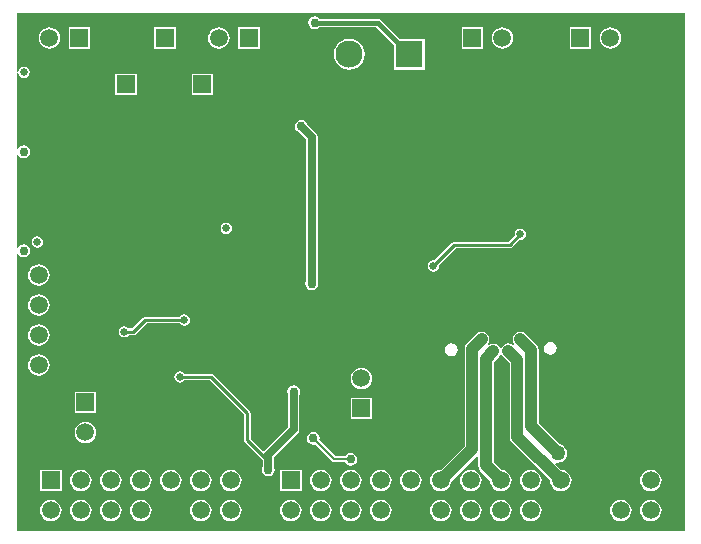
<source format=gbl>
%FSLAX25Y25*%
%MOIN*%
G70*
G01*
G75*
G04 Layer_Physical_Order=2*
G04 Layer_Color=16711680*
%ADD10R,0.12205X0.06299*%
%ADD11R,0.03543X0.03150*%
%ADD12R,0.03543X0.02756*%
%ADD13R,0.02756X0.03543*%
%ADD14R,0.01772X0.02362*%
%ADD15R,0.12795X0.08661*%
%ADD16R,0.03937X0.08661*%
%ADD17R,0.03937X0.05906*%
%ADD18R,0.06102X0.09646*%
%ADD19R,0.01378X0.03543*%
%ADD20R,0.01181X0.03937*%
%ADD21O,0.02362X0.08661*%
%ADD22O,0.01181X0.06299*%
%ADD23O,0.06299X0.01181*%
%ADD24R,0.20551X0.12205*%
%ADD25O,0.01378X0.06693*%
%ADD26R,0.05512X0.11811*%
%ADD27R,0.11811X0.05512*%
%ADD28R,0.02953X0.11024*%
%ADD29R,0.05118X0.06102*%
%ADD30R,0.07480X0.04331*%
%ADD31R,0.05906X0.03937*%
%ADD32C,0.01400*%
%ADD33C,0.00800*%
%ADD34C,0.01500*%
%ADD35C,0.00600*%
%ADD36C,0.03500*%
%ADD37C,0.02500*%
%ADD38C,0.01000*%
%ADD39C,0.01200*%
%ADD40C,0.03900*%
%ADD41C,0.05000*%
%ADD42R,0.05906X0.05906*%
%ADD43C,0.09055*%
%ADD44R,0.09055X0.09055*%
%ADD45C,0.05906*%
%ADD46R,0.05906X0.05906*%
%ADD47C,0.02500*%
%ADD48C,0.05000*%
%ADD49C,0.03000*%
%ADD50C,0.02000*%
G36*
X223879Y1122D02*
X1122D01*
Y93419D01*
X1600Y93564D01*
X1986Y92986D01*
X2681Y92522D01*
X3500Y92359D01*
X4319Y92522D01*
X5014Y92986D01*
X5478Y93681D01*
X5641Y94500D01*
X5478Y95319D01*
X5014Y96014D01*
X4319Y96478D01*
X3500Y96641D01*
X2681Y96478D01*
X1986Y96014D01*
X1600Y95436D01*
X1122Y95582D01*
Y126418D01*
X1600Y126564D01*
X1986Y125986D01*
X2681Y125522D01*
X3500Y125359D01*
X4319Y125522D01*
X5014Y125986D01*
X5478Y126681D01*
X5641Y127500D01*
X5478Y128319D01*
X5014Y129014D01*
X4319Y129478D01*
X3500Y129641D01*
X2681Y129478D01*
X1986Y129014D01*
X1600Y128436D01*
X1122Y128582D01*
Y153924D01*
X1619Y153973D01*
X1619Y153973D01*
X1619Y153973D01*
X1757Y153278D01*
X2166Y152666D01*
X2778Y152257D01*
X3500Y152114D01*
X4222Y152257D01*
X4834Y152666D01*
X5243Y153278D01*
X5386Y154000D01*
X5243Y154722D01*
X4834Y155334D01*
X4222Y155743D01*
X3500Y155886D01*
X2778Y155743D01*
X2166Y155334D01*
X1757Y154722D01*
X1619Y154027D01*
X1247Y154064D01*
X1122Y154076D01*
Y173878D01*
X223879D01*
Y1122D01*
D02*
G37*
%LPC*%
G36*
X62500Y21583D02*
X61573Y21461D01*
X60708Y21103D01*
X59966Y20534D01*
X59397Y19792D01*
X59039Y18927D01*
X58917Y18000D01*
X59039Y17073D01*
X59397Y16208D01*
X59966Y15466D01*
X60708Y14897D01*
X61573Y14539D01*
X62500Y14417D01*
X63427Y14539D01*
X64292Y14897D01*
X65034Y15466D01*
X65603Y16208D01*
X65961Y17073D01*
X66083Y18000D01*
X65961Y18927D01*
X65603Y19792D01*
X65034Y20534D01*
X64292Y21103D01*
X63427Y21461D01*
X62500Y21583D01*
D02*
G37*
G36*
X102500D02*
X101573Y21461D01*
X100708Y21103D01*
X99966Y20534D01*
X99397Y19792D01*
X99039Y18927D01*
X98917Y18000D01*
X99039Y17073D01*
X99397Y16208D01*
X99966Y15466D01*
X100708Y14897D01*
X101573Y14539D01*
X102500Y14417D01*
X103427Y14539D01*
X104292Y14897D01*
X105034Y15466D01*
X105603Y16208D01*
X105961Y17073D01*
X106083Y18000D01*
X105961Y18927D01*
X105603Y19792D01*
X105034Y20534D01*
X104292Y21103D01*
X103427Y21461D01*
X102500Y21583D01*
D02*
G37*
G36*
X72500D02*
X71573Y21461D01*
X70708Y21103D01*
X69966Y20534D01*
X69397Y19792D01*
X69039Y18927D01*
X68917Y18000D01*
X69039Y17073D01*
X69397Y16208D01*
X69966Y15466D01*
X70708Y14897D01*
X71573Y14539D01*
X72500Y14417D01*
X73427Y14539D01*
X74292Y14897D01*
X75034Y15466D01*
X75603Y16208D01*
X75961Y17073D01*
X76083Y18000D01*
X75961Y18927D01*
X75603Y19792D01*
X75034Y20534D01*
X74292Y21103D01*
X73427Y21461D01*
X72500Y21583D01*
D02*
G37*
G36*
X32500D02*
X31573Y21461D01*
X30708Y21103D01*
X29966Y20534D01*
X29397Y19792D01*
X29039Y18927D01*
X28917Y18000D01*
X29039Y17073D01*
X29397Y16208D01*
X29966Y15466D01*
X30708Y14897D01*
X31573Y14539D01*
X32500Y14417D01*
X33427Y14539D01*
X34292Y14897D01*
X35034Y15466D01*
X35603Y16208D01*
X35961Y17073D01*
X36083Y18000D01*
X35961Y18927D01*
X35603Y19792D01*
X35034Y20534D01*
X34292Y21103D01*
X33427Y21461D01*
X32500Y21583D01*
D02*
G37*
G36*
X22500D02*
X21573Y21461D01*
X20708Y21103D01*
X19966Y20534D01*
X19397Y19792D01*
X19039Y18927D01*
X18917Y18000D01*
X19039Y17073D01*
X19397Y16208D01*
X19966Y15466D01*
X20708Y14897D01*
X21573Y14539D01*
X22500Y14417D01*
X23427Y14539D01*
X24292Y14897D01*
X25034Y15466D01*
X25603Y16208D01*
X25961Y17073D01*
X26083Y18000D01*
X25961Y18927D01*
X25603Y19792D01*
X25034Y20534D01*
X24292Y21103D01*
X23427Y21461D01*
X22500Y21583D01*
D02*
G37*
G36*
X52500D02*
X51573Y21461D01*
X50708Y21103D01*
X49966Y20534D01*
X49397Y19792D01*
X49039Y18927D01*
X48917Y18000D01*
X49039Y17073D01*
X49397Y16208D01*
X49966Y15466D01*
X50708Y14897D01*
X51573Y14539D01*
X52500Y14417D01*
X53427Y14539D01*
X54292Y14897D01*
X55034Y15466D01*
X55603Y16208D01*
X55961Y17073D01*
X56083Y18000D01*
X55961Y18927D01*
X55603Y19792D01*
X55034Y20534D01*
X54292Y21103D01*
X53427Y21461D01*
X52500Y21583D01*
D02*
G37*
G36*
X42500D02*
X41573Y21461D01*
X40708Y21103D01*
X39966Y20534D01*
X39397Y19792D01*
X39039Y18927D01*
X38917Y18000D01*
X39039Y17073D01*
X39397Y16208D01*
X39966Y15466D01*
X40708Y14897D01*
X41573Y14539D01*
X42500Y14417D01*
X43427Y14539D01*
X44292Y14897D01*
X45034Y15466D01*
X45603Y16208D01*
X45961Y17073D01*
X46083Y18000D01*
X45961Y18927D01*
X45603Y19792D01*
X45034Y20534D01*
X44292Y21103D01*
X43427Y21461D01*
X42500Y21583D01*
D02*
G37*
G36*
X212500D02*
X211573Y21461D01*
X210708Y21103D01*
X209966Y20534D01*
X209397Y19792D01*
X209039Y18927D01*
X208917Y18000D01*
X209039Y17073D01*
X209397Y16208D01*
X209966Y15466D01*
X210708Y14897D01*
X211573Y14539D01*
X212500Y14417D01*
X213427Y14539D01*
X214292Y14897D01*
X215034Y15466D01*
X215603Y16208D01*
X215961Y17073D01*
X216083Y18000D01*
X215961Y18927D01*
X215603Y19792D01*
X215034Y20534D01*
X214292Y21103D01*
X213427Y21461D01*
X212500Y21583D01*
D02*
G37*
G36*
X172500D02*
X171573Y21461D01*
X170708Y21103D01*
X169966Y20534D01*
X169397Y19792D01*
X169039Y18927D01*
X168917Y18000D01*
X169039Y17073D01*
X169397Y16208D01*
X169966Y15466D01*
X170708Y14897D01*
X171573Y14539D01*
X172500Y14417D01*
X173427Y14539D01*
X174292Y14897D01*
X175034Y15466D01*
X175603Y16208D01*
X175961Y17073D01*
X176083Y18000D01*
X175961Y18927D01*
X175603Y19792D01*
X175034Y20534D01*
X174292Y21103D01*
X173427Y21461D01*
X172500Y21583D01*
D02*
G37*
G36*
X96053Y21553D02*
X88947D01*
Y14447D01*
X96053D01*
Y21553D01*
D02*
G37*
G36*
X16053D02*
X8947D01*
Y14447D01*
X16053D01*
Y21553D01*
D02*
G37*
G36*
X122500Y21583D02*
X121573Y21461D01*
X120708Y21103D01*
X119966Y20534D01*
X119397Y19792D01*
X119039Y18927D01*
X118917Y18000D01*
X119039Y17073D01*
X119397Y16208D01*
X119966Y15466D01*
X120708Y14897D01*
X121573Y14539D01*
X122500Y14417D01*
X123427Y14539D01*
X124292Y14897D01*
X125034Y15466D01*
X125603Y16208D01*
X125961Y17073D01*
X126083Y18000D01*
X125961Y18927D01*
X125603Y19792D01*
X125034Y20534D01*
X124292Y21103D01*
X123427Y21461D01*
X122500Y21583D01*
D02*
G37*
G36*
X112500D02*
X111573Y21461D01*
X110708Y21103D01*
X109966Y20534D01*
X109397Y19792D01*
X109039Y18927D01*
X108917Y18000D01*
X109039Y17073D01*
X109397Y16208D01*
X109966Y15466D01*
X110708Y14897D01*
X111573Y14539D01*
X112500Y14417D01*
X113427Y14539D01*
X114292Y14897D01*
X115034Y15466D01*
X115603Y16208D01*
X115961Y17073D01*
X116083Y18000D01*
X115961Y18927D01*
X115603Y19792D01*
X115034Y20534D01*
X114292Y21103D01*
X113427Y21461D01*
X112500Y21583D01*
D02*
G37*
G36*
X152500D02*
X151573Y21461D01*
X150708Y21103D01*
X149966Y20534D01*
X149397Y19792D01*
X149039Y18927D01*
X148917Y18000D01*
X149039Y17073D01*
X149397Y16208D01*
X149966Y15466D01*
X150708Y14897D01*
X151573Y14539D01*
X152500Y14417D01*
X153427Y14539D01*
X154292Y14897D01*
X155034Y15466D01*
X155603Y16208D01*
X155961Y17073D01*
X156083Y18000D01*
X155961Y18927D01*
X155603Y19792D01*
X155034Y20534D01*
X154292Y21103D01*
X153427Y21461D01*
X152500Y21583D01*
D02*
G37*
G36*
X132500D02*
X131573Y21461D01*
X130708Y21103D01*
X129966Y20534D01*
X129397Y19792D01*
X129039Y18927D01*
X128917Y18000D01*
X129039Y17073D01*
X129397Y16208D01*
X129966Y15466D01*
X130708Y14897D01*
X131573Y14539D01*
X132500Y14417D01*
X133427Y14539D01*
X134292Y14897D01*
X135034Y15466D01*
X135603Y16208D01*
X135961Y17073D01*
X136083Y18000D01*
X135961Y18927D01*
X135603Y19792D01*
X135034Y20534D01*
X134292Y21103D01*
X133427Y21461D01*
X132500Y21583D01*
D02*
G37*
G36*
X212500Y11583D02*
X211573Y11461D01*
X210708Y11103D01*
X209966Y10534D01*
X209397Y9792D01*
X209039Y8928D01*
X208917Y8000D01*
X209039Y7073D01*
X209397Y6208D01*
X209966Y5466D01*
X210708Y4897D01*
X211573Y4539D01*
X212500Y4417D01*
X213427Y4539D01*
X214292Y4897D01*
X215034Y5466D01*
X215603Y6208D01*
X215961Y7073D01*
X216083Y8000D01*
X215961Y8928D01*
X215603Y9792D01*
X215034Y10534D01*
X214292Y11103D01*
X213427Y11461D01*
X212500Y11583D01*
D02*
G37*
G36*
X62500D02*
X61573Y11461D01*
X60708Y11103D01*
X59966Y10534D01*
X59397Y9792D01*
X59039Y8928D01*
X58917Y8000D01*
X59039Y7073D01*
X59397Y6208D01*
X59966Y5466D01*
X60708Y4897D01*
X61573Y4539D01*
X62500Y4417D01*
X63427Y4539D01*
X64292Y4897D01*
X65034Y5466D01*
X65603Y6208D01*
X65961Y7073D01*
X66083Y8000D01*
X65961Y8928D01*
X65603Y9792D01*
X65034Y10534D01*
X64292Y11103D01*
X63427Y11461D01*
X62500Y11583D01*
D02*
G37*
G36*
X72500D02*
X71573Y11461D01*
X70708Y11103D01*
X69966Y10534D01*
X69397Y9792D01*
X69039Y8928D01*
X68917Y8000D01*
X69039Y7073D01*
X69397Y6208D01*
X69966Y5466D01*
X70708Y4897D01*
X71573Y4539D01*
X72500Y4417D01*
X73427Y4539D01*
X74292Y4897D01*
X75034Y5466D01*
X75603Y6208D01*
X75961Y7073D01*
X76083Y8000D01*
X75961Y8928D01*
X75603Y9792D01*
X75034Y10534D01*
X74292Y11103D01*
X73427Y11461D01*
X72500Y11583D01*
D02*
G37*
G36*
X92500D02*
X91573Y11461D01*
X90708Y11103D01*
X89966Y10534D01*
X89397Y9792D01*
X89039Y8928D01*
X88917Y8000D01*
X89039Y7073D01*
X89397Y6208D01*
X89966Y5466D01*
X90708Y4897D01*
X91573Y4539D01*
X92500Y4417D01*
X93427Y4539D01*
X94292Y4897D01*
X95034Y5466D01*
X95603Y6208D01*
X95961Y7073D01*
X96083Y8000D01*
X95961Y8928D01*
X95603Y9792D01*
X95034Y10534D01*
X94292Y11103D01*
X93427Y11461D01*
X92500Y11583D01*
D02*
G37*
G36*
X42500D02*
X41573Y11461D01*
X40708Y11103D01*
X39966Y10534D01*
X39397Y9792D01*
X39039Y8928D01*
X38917Y8000D01*
X39039Y7073D01*
X39397Y6208D01*
X39966Y5466D01*
X40708Y4897D01*
X41573Y4539D01*
X42500Y4417D01*
X43427Y4539D01*
X44292Y4897D01*
X45034Y5466D01*
X45603Y6208D01*
X45961Y7073D01*
X46083Y8000D01*
X45961Y8928D01*
X45603Y9792D01*
X45034Y10534D01*
X44292Y11103D01*
X43427Y11461D01*
X42500Y11583D01*
D02*
G37*
G36*
X12500D02*
X11573Y11461D01*
X10708Y11103D01*
X9966Y10534D01*
X9397Y9792D01*
X9039Y8928D01*
X8917Y8000D01*
X9039Y7073D01*
X9397Y6208D01*
X9966Y5466D01*
X10708Y4897D01*
X11573Y4539D01*
X12500Y4417D01*
X13427Y4539D01*
X14292Y4897D01*
X15034Y5466D01*
X15603Y6208D01*
X15961Y7073D01*
X16083Y8000D01*
X15961Y8928D01*
X15603Y9792D01*
X15034Y10534D01*
X14292Y11103D01*
X13427Y11461D01*
X12500Y11583D01*
D02*
G37*
G36*
X22500D02*
X21573Y11461D01*
X20708Y11103D01*
X19966Y10534D01*
X19397Y9792D01*
X19039Y8928D01*
X18917Y8000D01*
X19039Y7073D01*
X19397Y6208D01*
X19966Y5466D01*
X20708Y4897D01*
X21573Y4539D01*
X22500Y4417D01*
X23427Y4539D01*
X24292Y4897D01*
X25034Y5466D01*
X25603Y6208D01*
X25961Y7073D01*
X26083Y8000D01*
X25961Y8928D01*
X25603Y9792D01*
X25034Y10534D01*
X24292Y11103D01*
X23427Y11461D01*
X22500Y11583D01*
D02*
G37*
G36*
X32500D02*
X31573Y11461D01*
X30708Y11103D01*
X29966Y10534D01*
X29397Y9792D01*
X29039Y8928D01*
X28917Y8000D01*
X29039Y7073D01*
X29397Y6208D01*
X29966Y5466D01*
X30708Y4897D01*
X31573Y4539D01*
X32500Y4417D01*
X33427Y4539D01*
X34292Y4897D01*
X35034Y5466D01*
X35603Y6208D01*
X35961Y7073D01*
X36083Y8000D01*
X35961Y8928D01*
X35603Y9792D01*
X35034Y10534D01*
X34292Y11103D01*
X33427Y11461D01*
X32500Y11583D01*
D02*
G37*
G36*
X102500D02*
X101573Y11461D01*
X100708Y11103D01*
X99966Y10534D01*
X99397Y9792D01*
X99039Y8928D01*
X98917Y8000D01*
X99039Y7073D01*
X99397Y6208D01*
X99966Y5466D01*
X100708Y4897D01*
X101573Y4539D01*
X102500Y4417D01*
X103427Y4539D01*
X104292Y4897D01*
X105034Y5466D01*
X105603Y6208D01*
X105961Y7073D01*
X106083Y8000D01*
X105961Y8928D01*
X105603Y9792D01*
X105034Y10534D01*
X104292Y11103D01*
X103427Y11461D01*
X102500Y11583D01*
D02*
G37*
G36*
X162500D02*
X161573Y11461D01*
X160708Y11103D01*
X159966Y10534D01*
X159397Y9792D01*
X159039Y8928D01*
X158917Y8000D01*
X159039Y7073D01*
X159397Y6208D01*
X159966Y5466D01*
X160708Y4897D01*
X161573Y4539D01*
X162500Y4417D01*
X163427Y4539D01*
X164292Y4897D01*
X165034Y5466D01*
X165603Y6208D01*
X165961Y7073D01*
X166083Y8000D01*
X165961Y8928D01*
X165603Y9792D01*
X165034Y10534D01*
X164292Y11103D01*
X163427Y11461D01*
X162500Y11583D01*
D02*
G37*
G36*
X172500D02*
X171573Y11461D01*
X170708Y11103D01*
X169966Y10534D01*
X169397Y9792D01*
X169039Y8928D01*
X168917Y8000D01*
X169039Y7073D01*
X169397Y6208D01*
X169966Y5466D01*
X170708Y4897D01*
X171573Y4539D01*
X172500Y4417D01*
X173427Y4539D01*
X174292Y4897D01*
X175034Y5466D01*
X175603Y6208D01*
X175961Y7073D01*
X176083Y8000D01*
X175961Y8928D01*
X175603Y9792D01*
X175034Y10534D01*
X174292Y11103D01*
X173427Y11461D01*
X172500Y11583D01*
D02*
G37*
G36*
X202500D02*
X201573Y11461D01*
X200708Y11103D01*
X199966Y10534D01*
X199397Y9792D01*
X199039Y8928D01*
X198917Y8000D01*
X199039Y7073D01*
X199397Y6208D01*
X199966Y5466D01*
X200708Y4897D01*
X201573Y4539D01*
X202500Y4417D01*
X203427Y4539D01*
X204292Y4897D01*
X205034Y5466D01*
X205603Y6208D01*
X205961Y7073D01*
X206083Y8000D01*
X205961Y8928D01*
X205603Y9792D01*
X205034Y10534D01*
X204292Y11103D01*
X203427Y11461D01*
X202500Y11583D01*
D02*
G37*
G36*
X152500D02*
X151573Y11461D01*
X150708Y11103D01*
X149966Y10534D01*
X149397Y9792D01*
X149039Y8928D01*
X148917Y8000D01*
X149039Y7073D01*
X149397Y6208D01*
X149966Y5466D01*
X150708Y4897D01*
X151573Y4539D01*
X152500Y4417D01*
X153427Y4539D01*
X154292Y4897D01*
X155034Y5466D01*
X155603Y6208D01*
X155961Y7073D01*
X156083Y8000D01*
X155961Y8928D01*
X155603Y9792D01*
X155034Y10534D01*
X154292Y11103D01*
X153427Y11461D01*
X152500Y11583D01*
D02*
G37*
G36*
X112500D02*
X111573Y11461D01*
X110708Y11103D01*
X109966Y10534D01*
X109397Y9792D01*
X109039Y8928D01*
X108917Y8000D01*
X109039Y7073D01*
X109397Y6208D01*
X109966Y5466D01*
X110708Y4897D01*
X111573Y4539D01*
X112500Y4417D01*
X113427Y4539D01*
X114292Y4897D01*
X115034Y5466D01*
X115603Y6208D01*
X115961Y7073D01*
X116083Y8000D01*
X115961Y8928D01*
X115603Y9792D01*
X115034Y10534D01*
X114292Y11103D01*
X113427Y11461D01*
X112500Y11583D01*
D02*
G37*
G36*
X122500D02*
X121573Y11461D01*
X120708Y11103D01*
X119966Y10534D01*
X119397Y9792D01*
X119039Y8928D01*
X118917Y8000D01*
X119039Y7073D01*
X119397Y6208D01*
X119966Y5466D01*
X120708Y4897D01*
X121573Y4539D01*
X122500Y4417D01*
X123427Y4539D01*
X124292Y4897D01*
X125034Y5466D01*
X125603Y6208D01*
X125961Y7073D01*
X126083Y8000D01*
X125961Y8928D01*
X125603Y9792D01*
X125034Y10534D01*
X124292Y11103D01*
X123427Y11461D01*
X122500Y11583D01*
D02*
G37*
G36*
X142500D02*
X141573Y11461D01*
X140708Y11103D01*
X139966Y10534D01*
X139397Y9792D01*
X139039Y8928D01*
X138917Y8000D01*
X139039Y7073D01*
X139397Y6208D01*
X139966Y5466D01*
X140708Y4897D01*
X141573Y4539D01*
X142500Y4417D01*
X143427Y4539D01*
X144292Y4897D01*
X145034Y5466D01*
X145603Y6208D01*
X145961Y7073D01*
X146083Y8000D01*
X145961Y8928D01*
X145603Y9792D01*
X145034Y10534D01*
X144292Y11103D01*
X143427Y11461D01*
X142500Y11583D01*
D02*
G37*
G36*
X112000Y165172D02*
X110661Y164996D01*
X109414Y164479D01*
X108343Y163657D01*
X107521Y162586D01*
X107004Y161339D01*
X106828Y160000D01*
X107004Y158661D01*
X107521Y157414D01*
X108343Y156343D01*
X109414Y155521D01*
X110661Y155004D01*
X112000Y154828D01*
X113339Y155004D01*
X114586Y155521D01*
X115657Y156343D01*
X116479Y157414D01*
X116996Y158661D01*
X117172Y160000D01*
X116996Y161339D01*
X116479Y162586D01*
X115657Y163657D01*
X114586Y164479D01*
X113339Y164996D01*
X112000Y165172D01*
D02*
G37*
G36*
X100500Y172641D02*
X99681Y172478D01*
X98986Y172014D01*
X98522Y171319D01*
X98359Y170500D01*
X98522Y169681D01*
X98986Y168986D01*
X99681Y168522D01*
X100500Y168359D01*
X101319Y168522D01*
X102014Y168986D01*
X102106Y169124D01*
X120930D01*
X126872Y163181D01*
Y154872D01*
X137128D01*
Y165128D01*
X128819D01*
X122473Y171473D01*
X122027Y171772D01*
X121500Y171876D01*
X102106D01*
X102014Y172014D01*
X101319Y172478D01*
X100500Y172641D01*
D02*
G37*
G36*
X12000Y169083D02*
X11073Y168961D01*
X10208Y168603D01*
X9466Y168034D01*
X8897Y167292D01*
X8539Y166427D01*
X8417Y165500D01*
X8539Y164573D01*
X8897Y163708D01*
X9466Y162966D01*
X10208Y162397D01*
X11073Y162039D01*
X12000Y161917D01*
X12927Y162039D01*
X13792Y162397D01*
X14534Y162966D01*
X15103Y163708D01*
X15461Y164573D01*
X15583Y165500D01*
X15461Y166427D01*
X15103Y167292D01*
X14534Y168034D01*
X13792Y168603D01*
X12927Y168961D01*
X12000Y169083D01*
D02*
G37*
G36*
X66553Y153553D02*
X59447D01*
Y146447D01*
X66553D01*
Y153553D01*
D02*
G37*
G36*
X169000Y101886D02*
X168278Y101743D01*
X167666Y101334D01*
X167257Y100722D01*
X167114Y100000D01*
X167164Y99750D01*
X165035Y97622D01*
X147000D01*
X146571Y97536D01*
X146207Y97293D01*
X146207Y97293D01*
X140250Y91337D01*
X140000Y91386D01*
X139278Y91243D01*
X138666Y90834D01*
X138257Y90222D01*
X138114Y89500D01*
X138257Y88778D01*
X138666Y88166D01*
X139278Y87757D01*
X140000Y87614D01*
X140722Y87757D01*
X141334Y88166D01*
X141743Y88778D01*
X141886Y89500D01*
X141836Y89750D01*
X147465Y95378D01*
X165500D01*
X165500Y95378D01*
X165929Y95464D01*
X166293Y95707D01*
X168750Y98163D01*
X169000Y98114D01*
X169722Y98257D01*
X170334Y98666D01*
X170743Y99278D01*
X170886Y100000D01*
X170743Y100722D01*
X170334Y101334D01*
X169722Y101743D01*
X169000Y101886D01*
D02*
G37*
G36*
X71000Y103886D02*
X70278Y103743D01*
X69666Y103334D01*
X69257Y102722D01*
X69114Y102000D01*
X69257Y101278D01*
X69666Y100666D01*
X70278Y100257D01*
X71000Y100114D01*
X71722Y100257D01*
X72334Y100666D01*
X72743Y101278D01*
X72886Y102000D01*
X72743Y102722D01*
X72334Y103334D01*
X71722Y103743D01*
X71000Y103886D01*
D02*
G37*
G36*
X41053Y153553D02*
X33947D01*
Y146447D01*
X41053D01*
Y153553D01*
D02*
G37*
G36*
X68500Y169083D02*
X67573Y168961D01*
X66708Y168603D01*
X65966Y168034D01*
X65397Y167292D01*
X65039Y166427D01*
X64917Y165500D01*
X65039Y164573D01*
X65397Y163708D01*
X65966Y162966D01*
X66708Y162397D01*
X67573Y162039D01*
X68500Y161917D01*
X69427Y162039D01*
X70292Y162397D01*
X71034Y162966D01*
X71603Y163708D01*
X71961Y164573D01*
X72083Y165500D01*
X71961Y166427D01*
X71603Y167292D01*
X71034Y168034D01*
X70292Y168603D01*
X69427Y168961D01*
X68500Y169083D01*
D02*
G37*
G36*
X82053Y169053D02*
X74947D01*
Y161947D01*
X82053D01*
Y169053D01*
D02*
G37*
G36*
X156553D02*
X149447D01*
Y161947D01*
X156553D01*
Y169053D01*
D02*
G37*
G36*
X192553D02*
X185447D01*
Y161947D01*
X192553D01*
Y169053D01*
D02*
G37*
G36*
X54053D02*
X46947D01*
Y161947D01*
X54053D01*
Y169053D01*
D02*
G37*
G36*
X163000Y169083D02*
X162073Y168961D01*
X161208Y168603D01*
X160466Y168034D01*
X159897Y167292D01*
X159539Y166427D01*
X159417Y165500D01*
X159539Y164573D01*
X159897Y163708D01*
X160466Y162966D01*
X161208Y162397D01*
X162073Y162039D01*
X163000Y161917D01*
X163927Y162039D01*
X164792Y162397D01*
X165534Y162966D01*
X166103Y163708D01*
X166461Y164573D01*
X166583Y165500D01*
X166461Y166427D01*
X166103Y167292D01*
X165534Y168034D01*
X164792Y168603D01*
X163927Y168961D01*
X163000Y169083D01*
D02*
G37*
G36*
X199000D02*
X198073Y168961D01*
X197208Y168603D01*
X196466Y168034D01*
X195897Y167292D01*
X195539Y166427D01*
X195417Y165500D01*
X195539Y164573D01*
X195897Y163708D01*
X196466Y162966D01*
X197208Y162397D01*
X198073Y162039D01*
X199000Y161917D01*
X199927Y162039D01*
X200792Y162397D01*
X201534Y162966D01*
X202103Y163708D01*
X202461Y164573D01*
X202583Y165500D01*
X202461Y166427D01*
X202103Y167292D01*
X201534Y168034D01*
X200792Y168603D01*
X199927Y168961D01*
X199000Y169083D01*
D02*
G37*
G36*
X25553Y169053D02*
X18447D01*
Y161947D01*
X25553D01*
Y169053D01*
D02*
G37*
G36*
X8000Y99386D02*
X7278Y99243D01*
X6666Y98834D01*
X6257Y98222D01*
X6114Y97500D01*
X6257Y96778D01*
X6666Y96166D01*
X7278Y95757D01*
X8000Y95614D01*
X8722Y95757D01*
X9334Y96166D01*
X9743Y96778D01*
X9886Y97500D01*
X9743Y98222D01*
X9334Y98834D01*
X8722Y99243D01*
X8000Y99386D01*
D02*
G37*
G36*
X27553Y47553D02*
X20447D01*
Y40447D01*
X27553D01*
Y47553D01*
D02*
G37*
G36*
X116000Y55583D02*
X115073Y55461D01*
X114208Y55103D01*
X113466Y54534D01*
X112897Y53792D01*
X112539Y52927D01*
X112417Y52000D01*
X112539Y51073D01*
X112897Y50208D01*
X113466Y49466D01*
X114208Y48897D01*
X115073Y48539D01*
X116000Y48417D01*
X116927Y48539D01*
X117792Y48897D01*
X118534Y49466D01*
X119103Y50208D01*
X119461Y51073D01*
X119583Y52000D01*
X119461Y52927D01*
X119103Y53792D01*
X118534Y54534D01*
X117792Y55103D01*
X116927Y55461D01*
X116000Y55583D01*
D02*
G37*
G36*
X8500Y60083D02*
X7572Y59961D01*
X6708Y59603D01*
X5966Y59034D01*
X5397Y58292D01*
X5039Y57427D01*
X4917Y56500D01*
X5039Y55573D01*
X5397Y54708D01*
X5966Y53966D01*
X6708Y53397D01*
X7572Y53039D01*
X8500Y52917D01*
X9427Y53039D01*
X10292Y53397D01*
X11034Y53966D01*
X11603Y54708D01*
X11961Y55573D01*
X12083Y56500D01*
X11961Y57427D01*
X11603Y58292D01*
X11034Y59034D01*
X10292Y59603D01*
X9427Y59961D01*
X8500Y60083D01*
D02*
G37*
G36*
X119553Y45553D02*
X112447D01*
Y38447D01*
X119553D01*
Y45553D01*
D02*
G37*
G36*
X55500Y54386D02*
X54778Y54243D01*
X54166Y53834D01*
X53757Y53222D01*
X53614Y52500D01*
X53757Y51778D01*
X54166Y51166D01*
X54778Y50757D01*
X55500Y50614D01*
X56222Y50757D01*
X56834Y51166D01*
X56976Y51378D01*
X65535D01*
X76878Y40035D01*
Y31500D01*
X76878Y31500D01*
X76964Y31071D01*
X77207Y30707D01*
X83114Y24800D01*
Y24500D01*
Y22457D01*
X83022Y22319D01*
X82859Y21500D01*
X83022Y20681D01*
X83486Y19986D01*
X84181Y19522D01*
X85000Y19359D01*
X85819Y19522D01*
X86514Y19986D01*
X86978Y20681D01*
X87141Y21500D01*
X86978Y22319D01*
X86886Y22457D01*
Y24500D01*
Y25719D01*
X94822Y33655D01*
X95231Y34266D01*
X95375Y34988D01*
X95375Y34988D01*
X95375Y34988D01*
Y34988D01*
Y46590D01*
X95467Y46728D01*
X95630Y47547D01*
X95467Y48367D01*
X95002Y49061D01*
X94308Y49525D01*
X93488Y49688D01*
X92669Y49525D01*
X91974Y49061D01*
X91510Y48367D01*
X91347Y47547D01*
X91510Y46728D01*
X91602Y46590D01*
Y35770D01*
X83709Y27877D01*
X83280D01*
X83209D01*
X83209Y27877D01*
D01*
X79122Y31965D01*
Y40500D01*
X79036Y40929D01*
X78793Y41293D01*
X78793Y41293D01*
X66793Y53293D01*
X66429Y53536D01*
X66000Y53622D01*
X66000Y53622D01*
X56976D01*
X56834Y53834D01*
X56222Y54243D01*
X55500Y54386D01*
D02*
G37*
G36*
X100000Y34141D02*
X99181Y33978D01*
X98486Y33514D01*
X98022Y32819D01*
X97859Y32000D01*
X98022Y31181D01*
X98486Y30486D01*
X99181Y30022D01*
X100000Y29859D01*
X100583Y29975D01*
X106279Y24279D01*
X106610Y24058D01*
X107000Y23980D01*
X110656D01*
X110986Y23486D01*
X111681Y23022D01*
X112500Y22859D01*
X113319Y23022D01*
X114014Y23486D01*
X114478Y24181D01*
X114641Y25000D01*
X114478Y25819D01*
X114014Y26514D01*
X113319Y26978D01*
X112500Y27141D01*
X111681Y26978D01*
X110986Y26514D01*
X110656Y26020D01*
X107422D01*
X102025Y31417D01*
X102141Y32000D01*
X101978Y32819D01*
X101514Y33514D01*
X100819Y33978D01*
X100000Y34141D01*
D02*
G37*
G36*
X24000Y37583D02*
X23073Y37461D01*
X22208Y37103D01*
X21466Y36534D01*
X20897Y35792D01*
X20539Y34927D01*
X20417Y34000D01*
X20539Y33073D01*
X20897Y32208D01*
X21466Y31466D01*
X22208Y30897D01*
X23073Y30539D01*
X24000Y30417D01*
X24927Y30539D01*
X25792Y30897D01*
X26534Y31466D01*
X27103Y32208D01*
X27461Y33073D01*
X27583Y34000D01*
X27461Y34927D01*
X27103Y35792D01*
X26534Y36534D01*
X25792Y37103D01*
X24927Y37461D01*
X24000Y37583D01*
D02*
G37*
G36*
X146000Y63641D02*
X145181Y63478D01*
X144486Y63014D01*
X144022Y62319D01*
X143859Y61500D01*
X144022Y60681D01*
X144486Y59986D01*
X145181Y59522D01*
X146000Y59359D01*
X146819Y59522D01*
X147514Y59986D01*
X147978Y60681D01*
X148141Y61500D01*
X147978Y62319D01*
X147514Y63014D01*
X146819Y63478D01*
X146000Y63641D01*
D02*
G37*
G36*
X8500Y80083D02*
X7572Y79961D01*
X6708Y79603D01*
X5966Y79034D01*
X5397Y78292D01*
X5039Y77427D01*
X4917Y76500D01*
X5039Y75573D01*
X5397Y74708D01*
X5966Y73966D01*
X6708Y73397D01*
X7572Y73039D01*
X8500Y72917D01*
X9427Y73039D01*
X10292Y73397D01*
X11034Y73966D01*
X11603Y74708D01*
X11961Y75573D01*
X12083Y76500D01*
X11961Y77427D01*
X11603Y78292D01*
X11034Y79034D01*
X10292Y79603D01*
X9427Y79961D01*
X8500Y80083D01*
D02*
G37*
G36*
X95953Y138188D02*
X95133Y138025D01*
X94439Y137561D01*
X93975Y136867D01*
X93812Y136047D01*
X93975Y135228D01*
X94439Y134533D01*
X95133Y134069D01*
X95296Y134037D01*
X97614Y131719D01*
Y84457D01*
X97522Y84319D01*
X97359Y83500D01*
X97522Y82681D01*
X97986Y81986D01*
X98681Y81522D01*
X99500Y81359D01*
X100319Y81522D01*
X101014Y81986D01*
X101478Y82681D01*
X101641Y83500D01*
X101478Y84319D01*
X101386Y84457D01*
Y132500D01*
X101243Y133222D01*
X100834Y133834D01*
X100827Y133838D01*
X100822Y133845D01*
X97963Y136704D01*
X97931Y136867D01*
X97467Y137561D01*
X96772Y138025D01*
X95953Y138188D01*
D02*
G37*
G36*
X8500Y90083D02*
X7572Y89961D01*
X6708Y89603D01*
X5966Y89034D01*
X5397Y88292D01*
X5039Y87427D01*
X4917Y86500D01*
X5039Y85573D01*
X5397Y84708D01*
X5966Y83966D01*
X6708Y83397D01*
X7572Y83039D01*
X8500Y82917D01*
X9427Y83039D01*
X10292Y83397D01*
X11034Y83966D01*
X11603Y84708D01*
X11961Y85573D01*
X12083Y86500D01*
X11961Y87427D01*
X11603Y88292D01*
X11034Y89034D01*
X10292Y89603D01*
X9427Y89961D01*
X8500Y90083D01*
D02*
G37*
G36*
X57000Y73386D02*
X56278Y73243D01*
X55666Y72834D01*
X55524Y72622D01*
X44000D01*
X43571Y72536D01*
X43207Y72293D01*
X43207Y72293D01*
X39583Y68669D01*
X38523D01*
X38381Y68881D01*
X37769Y69290D01*
X37047Y69433D01*
X36325Y69290D01*
X35713Y68881D01*
X35305Y68269D01*
X35161Y67547D01*
X35305Y66825D01*
X35713Y66214D01*
X36325Y65805D01*
X37047Y65661D01*
X37769Y65805D01*
X38381Y66214D01*
X38523Y66426D01*
X40047D01*
X40047Y66426D01*
X40476Y66511D01*
X40840Y66754D01*
X44465Y70378D01*
X55524D01*
X55666Y70166D01*
X56278Y69757D01*
X57000Y69614D01*
X57722Y69757D01*
X58334Y70166D01*
X58743Y70778D01*
X58886Y71500D01*
X58743Y72222D01*
X58334Y72834D01*
X57722Y73243D01*
X57000Y73386D01*
D02*
G37*
G36*
X179000Y64141D02*
X178181Y63978D01*
X177486Y63514D01*
X177022Y62819D01*
X176859Y62000D01*
X177022Y61181D01*
X177486Y60486D01*
X178181Y60022D01*
X179000Y59859D01*
X179819Y60022D01*
X180514Y60486D01*
X180978Y61181D01*
X181141Y62000D01*
X180978Y62819D01*
X180514Y63514D01*
X179819Y63978D01*
X179000Y64141D01*
D02*
G37*
G36*
X8500Y70083D02*
X7572Y69961D01*
X6708Y69603D01*
X5966Y69034D01*
X5397Y68292D01*
X5039Y67427D01*
X4917Y66500D01*
X5039Y65573D01*
X5397Y64708D01*
X5966Y63966D01*
X6708Y63397D01*
X7572Y63039D01*
X8500Y62917D01*
X9427Y63039D01*
X10292Y63397D01*
X11034Y63966D01*
X11603Y64708D01*
X11961Y65573D01*
X12083Y66500D01*
X11961Y67427D01*
X11603Y68292D01*
X11034Y69034D01*
X10292Y69603D01*
X9427Y69961D01*
X8500Y70083D01*
D02*
G37*
G36*
X169000Y67600D02*
X168005Y67402D01*
X167162Y66839D01*
X166598Y65995D01*
X166400Y65000D01*
X166598Y64005D01*
X166977Y63438D01*
X166623Y63085D01*
X165995Y63504D01*
X165000Y63702D01*
X164005Y63504D01*
X163162Y62941D01*
X162716Y62274D01*
X162216D01*
X161838Y62839D01*
X160995Y63402D01*
X160000Y63600D01*
X159005Y63402D01*
X158438Y63023D01*
X158085Y63377D01*
X158504Y64005D01*
X158702Y65000D01*
X158504Y65995D01*
X157941Y66839D01*
X157097Y67402D01*
X156102Y67600D01*
X155107Y67402D01*
X154264Y66839D01*
X151162Y63736D01*
X150598Y62893D01*
X150400Y61898D01*
Y29577D01*
X142392Y21569D01*
X141573Y21461D01*
X140708Y21103D01*
X139966Y20534D01*
X139397Y19792D01*
X139039Y18927D01*
X138917Y18000D01*
X139039Y17073D01*
X139397Y16208D01*
X139966Y15466D01*
X140708Y14897D01*
X141573Y14539D01*
X142500Y14417D01*
X143427Y14539D01*
X144292Y14897D01*
X145034Y15466D01*
X145603Y16208D01*
X145961Y17073D01*
X146069Y17892D01*
X154438Y26261D01*
X154900Y26070D01*
Y23000D01*
X154900Y23000D01*
X154900D01*
X155098Y22005D01*
X155662Y21161D01*
X158931Y17892D01*
X159039Y17073D01*
X159397Y16208D01*
X159966Y15466D01*
X160708Y14897D01*
X161573Y14539D01*
X162500Y14417D01*
X163427Y14539D01*
X164292Y14897D01*
X165034Y15466D01*
X165603Y16208D01*
X165961Y17073D01*
X166083Y18000D01*
X165961Y18927D01*
X165603Y19792D01*
X165034Y20534D01*
X164292Y21103D01*
X163427Y21461D01*
X162608Y21569D01*
X160100Y24077D01*
Y57423D01*
X161838Y59162D01*
X162284Y59829D01*
X162784D01*
X163162Y59264D01*
X165400Y57025D01*
Y32500D01*
X165400Y32500D01*
X165400D01*
X165598Y31505D01*
X166162Y30661D01*
X178931Y17892D01*
X179039Y17073D01*
X179397Y16208D01*
X179966Y15466D01*
X180708Y14897D01*
X181573Y14539D01*
X182500Y14417D01*
X183427Y14539D01*
X184292Y14897D01*
X185034Y15466D01*
X185603Y16208D01*
X185961Y17073D01*
X186083Y18000D01*
X185961Y18927D01*
X185603Y19792D01*
X185034Y20534D01*
X184292Y21103D01*
X183427Y21461D01*
X182608Y21569D01*
X180672Y23505D01*
X180893Y23953D01*
X181500Y23873D01*
X182309Y23980D01*
X183063Y24292D01*
X183711Y24789D01*
X184208Y25437D01*
X184520Y26191D01*
X184627Y27000D01*
X184520Y27809D01*
X184208Y28563D01*
X183711Y29211D01*
X183063Y29708D01*
X182309Y30020D01*
X182134Y30043D01*
X175100Y37077D01*
Y61500D01*
X174902Y62495D01*
X174338Y63339D01*
X170838Y66839D01*
X169995Y67402D01*
X169000Y67600D01*
D02*
G37*
%LPD*%
D33*
X100000Y32000D02*
X107000Y25000D01*
X112500D01*
D34*
X100500Y170500D02*
X121500D01*
X132000Y160000D01*
D37*
X99500Y83500D02*
Y132500D01*
X95953Y136047D02*
X99488Y132512D01*
X85000Y21500D02*
Y24500D01*
Y26500D01*
X93488Y34988D01*
Y47547D01*
D38*
X99488Y132512D02*
X99500Y132500D01*
X44000Y71500D02*
X57000D01*
X40047Y67547D02*
X44000Y71500D01*
X37047Y67547D02*
X40047D01*
X55000Y52500D02*
X55500D01*
X78000Y31500D02*
Y40500D01*
X66000Y52500D02*
X78000Y40500D01*
X55500Y52500D02*
X66000D01*
X140000Y89500D02*
X147000Y96500D01*
X165500D01*
X169000Y100000D01*
X78000Y31500D02*
X85000Y24500D01*
D40*
X169000Y65000D02*
X172500Y61500D01*
Y36000D02*
Y61500D01*
Y36000D02*
X181500Y27000D01*
X165000Y61102D02*
X168000Y58102D01*
Y32500D02*
Y58102D01*
Y32500D02*
X182500Y18000D01*
X153000Y61898D02*
X156102Y65000D01*
X153000Y28500D02*
Y61898D01*
X142500Y18000D02*
X153000Y28500D01*
X157500Y58500D02*
X160000Y61000D01*
X157500Y23000D02*
Y58500D01*
Y23000D02*
X162500Y18000D01*
D42*
X37500Y150000D02*
D03*
X63000D02*
D03*
X22000Y165500D02*
D03*
X78500D02*
D03*
X50500D02*
D03*
X189000D02*
D03*
X153000D02*
D03*
X12500Y18000D02*
D03*
X92500D02*
D03*
D43*
X112000Y160000D02*
D03*
D44*
X132000D02*
D03*
D45*
X12000Y165500D02*
D03*
X68500D02*
D03*
X40500D02*
D03*
X8500Y46500D02*
D03*
Y56500D02*
D03*
Y66500D02*
D03*
Y76500D02*
D03*
Y86500D02*
D03*
X199000Y165500D02*
D03*
X163000D02*
D03*
X116000Y52000D02*
D03*
Y62000D02*
D03*
X24000Y34000D02*
D03*
X72500Y8000D02*
D03*
Y18000D02*
D03*
X62500Y8000D02*
D03*
Y18000D02*
D03*
X52500Y8000D02*
D03*
Y18000D02*
D03*
X42500Y8000D02*
D03*
Y18000D02*
D03*
X32500Y8000D02*
D03*
Y18000D02*
D03*
X22500Y8000D02*
D03*
Y18000D02*
D03*
X12500Y8000D02*
D03*
X212500D02*
D03*
Y18000D02*
D03*
X202500Y8000D02*
D03*
Y18000D02*
D03*
X192500Y8000D02*
D03*
Y18000D02*
D03*
X182500Y8000D02*
D03*
Y18000D02*
D03*
X172500Y8000D02*
D03*
Y18000D02*
D03*
X162500Y8000D02*
D03*
Y18000D02*
D03*
X152500Y8000D02*
D03*
Y18000D02*
D03*
X142500Y8000D02*
D03*
Y18000D02*
D03*
X132500Y8000D02*
D03*
Y18000D02*
D03*
X122500Y8000D02*
D03*
Y18000D02*
D03*
X112500Y8000D02*
D03*
Y18000D02*
D03*
X102500Y8000D02*
D03*
Y18000D02*
D03*
X92500Y8000D02*
D03*
D46*
X8500Y36500D02*
D03*
X116000Y42000D02*
D03*
X24000Y44000D02*
D03*
D47*
X37047Y67547D02*
D03*
X3500Y140500D02*
D03*
X62500Y136000D02*
D03*
X37000Y135500D02*
D03*
X29500Y152500D02*
D03*
X3500Y154000D02*
D03*
X40500Y52500D02*
D03*
X57000Y71500D02*
D03*
X45500Y67000D02*
D03*
X50500D02*
D03*
X55500Y52500D02*
D03*
X71000Y71964D02*
D03*
Y40964D02*
D03*
X8000Y97500D02*
D03*
X8500Y114000D02*
D03*
X71000Y92000D02*
D03*
Y102000D02*
D03*
X72000Y107500D02*
D03*
X59000Y117500D02*
D03*
X46000Y107000D02*
D03*
X198500Y61244D02*
D03*
X140000Y89500D02*
D03*
X169000Y100000D02*
D03*
X181756Y99256D02*
D03*
D48*
X207000Y120500D02*
D03*
X105000Y139000D02*
D03*
X181500Y27000D02*
D03*
X179386Y129386D02*
D03*
X125000Y102500D02*
D03*
X195500Y32000D02*
D03*
X129500Y31500D02*
D03*
X200500Y87500D02*
D03*
Y110000D02*
D03*
D49*
X100500Y170500D02*
D03*
X165000Y61102D02*
D03*
X169000Y65000D02*
D03*
X160000Y61000D02*
D03*
X156102Y65000D02*
D03*
X99500Y83500D02*
D03*
X3500Y94500D02*
D03*
Y127500D02*
D03*
X95953Y136047D02*
D03*
X85000Y21500D02*
D03*
X93488Y47547D02*
D03*
X94500Y65500D02*
D03*
X112500Y25000D02*
D03*
X100000Y32000D02*
D03*
D50*
X171161Y86831D02*
D03*
Y82500D02*
D03*
Y78169D02*
D03*
X166831Y86831D02*
D03*
Y82500D02*
D03*
Y78169D02*
D03*
X162500Y86831D02*
D03*
Y82500D02*
D03*
Y78169D02*
D03*
X158169Y86831D02*
D03*
Y82500D02*
D03*
Y78169D02*
D03*
X153839Y86831D02*
D03*
Y82500D02*
D03*
Y78169D02*
D03*
M02*

</source>
